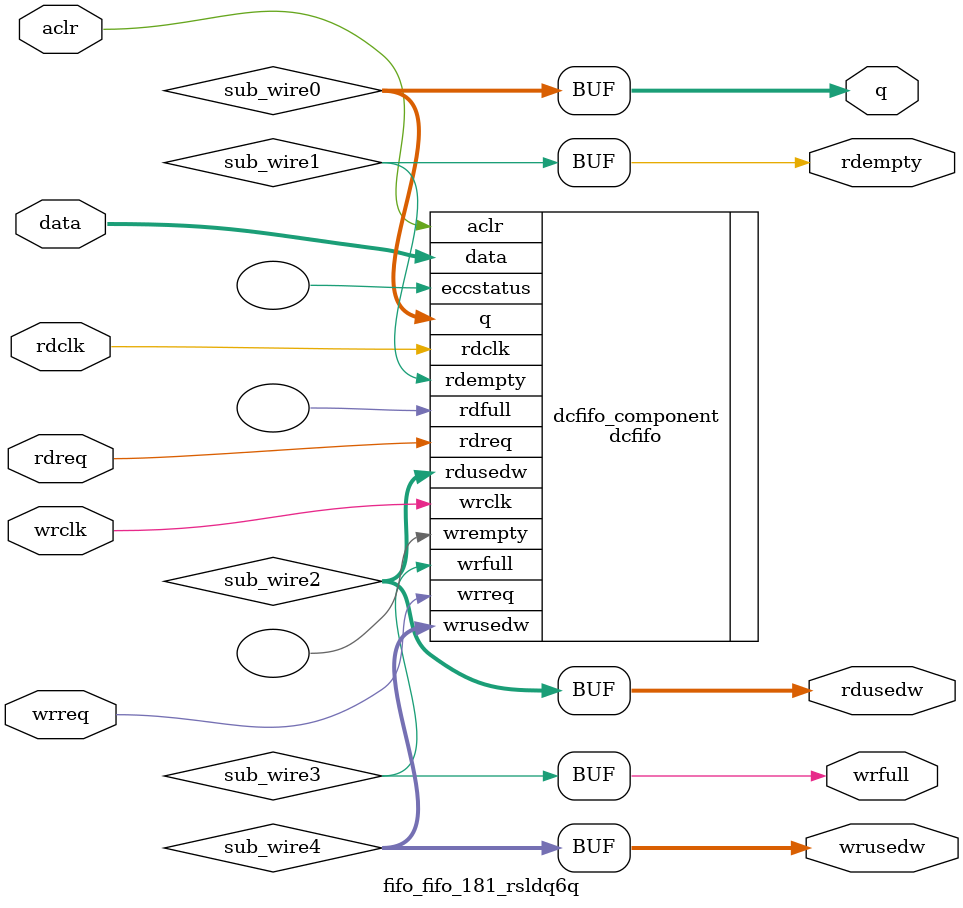
<source format=v>



`timescale 1 ps / 1 ps
// synopsys translate_on
module  fifo_fifo_181_rsldq6q  (
    aclr,
    data,
    rdclk,
    rdreq,
    wrclk,
    wrreq,
    q,
    rdempty,
    rdusedw,
    wrfull,
    wrusedw);

    input    aclr;
    input  [19:0]  data;
    input    rdclk;
    input    rdreq;
    input    wrclk;
    input    wrreq;
    output [19:0]  q;
    output   rdempty;
    output [7:0]  rdusedw;
    output   wrfull;
    output [7:0]  wrusedw;
`ifndef ALTERA_RESERVED_QIS
// synopsys translate_off
`endif
    tri0     aclr;
`ifndef ALTERA_RESERVED_QIS
// synopsys translate_on
`endif

    wire [19:0] sub_wire0;
    wire  sub_wire1;
    wire [7:0] sub_wire2;
    wire  sub_wire3;
    wire [7:0] sub_wire4;
    wire [19:0] q = sub_wire0[19:0];
    wire  rdempty = sub_wire1;
    wire [7:0] rdusedw = sub_wire2[7:0];
    wire  wrfull = sub_wire3;
    wire [7:0] wrusedw = sub_wire4[7:0];

    dcfifo  dcfifo_component (
                .aclr (aclr),
                .data (data),
                .rdclk (rdclk),
                .rdreq (rdreq),
                .wrclk (wrclk),
                .wrreq (wrreq),
                .q (sub_wire0),
                .rdempty (sub_wire1),
                .rdusedw (sub_wire2),
                .wrfull (sub_wire3),
                .wrusedw (sub_wire4),
                .eccstatus (),
                .rdfull (),
                .wrempty ());
    defparam
        dcfifo_component.enable_ecc  = "FALSE",
        dcfifo_component.intended_device_family  = "Cyclone 10 GX",
        dcfifo_component.lpm_hint  = "DISABLE_DCFIFO_EMBEDDED_TIMING_CONSTRAINT=TRUE",
        dcfifo_component.lpm_numwords  = 256,
        dcfifo_component.lpm_showahead  = "OFF",
        dcfifo_component.lpm_type  = "dcfifo",
        dcfifo_component.lpm_width  = 20,
        dcfifo_component.lpm_widthu  = 8,
        dcfifo_component.overflow_checking  = "ON",
        dcfifo_component.rdsync_delaypipe  = 4,
        dcfifo_component.read_aclr_synch  = "ON",
        dcfifo_component.underflow_checking  = "ON",
        dcfifo_component.use_eab  = "ON",
        dcfifo_component.write_aclr_synch  = "ON",
        dcfifo_component.wrsync_delaypipe  = 4;


endmodule



</source>
